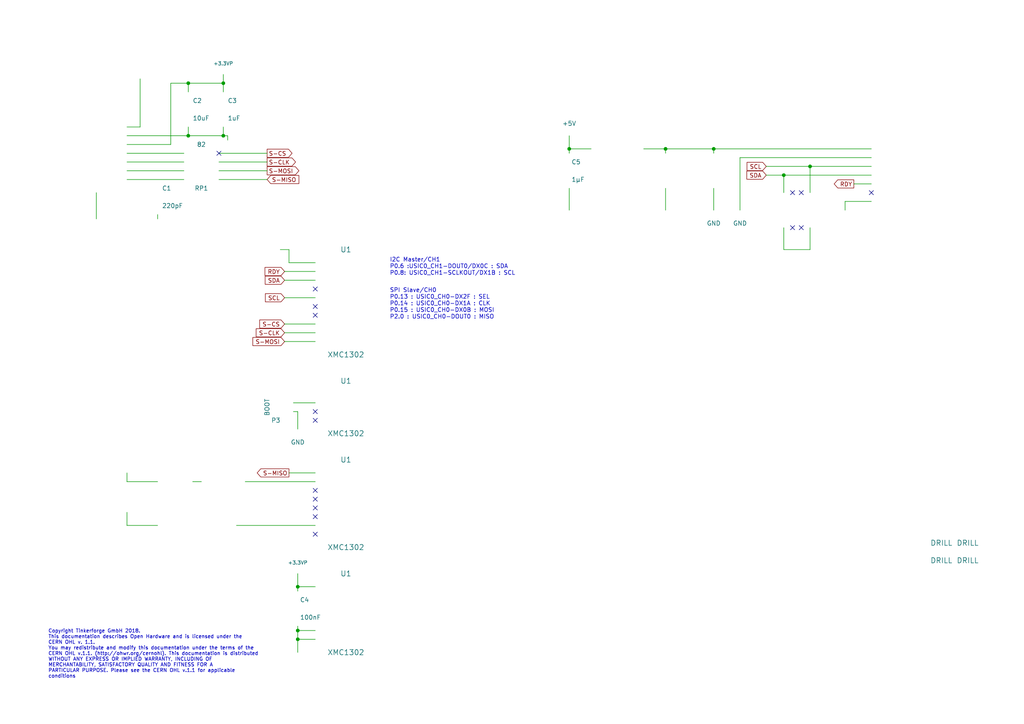
<source format=kicad_sch>
(kicad_sch (version 20230121) (generator eeschema)
  (paper "A4")
  (title_block (title "CO2 Bricklet 2.0") (date "2018-09-04") (rev "2.0") (company "Tinkerforge GmbH") (comment 1 "Licensed under CERN OHL v.1.1") (comment 2 "Copyright (©) 2018, T.Schneidermann <tim@tinkerforge.com>"))
  (lib_symbols)
  (junction (at 54.61 39.37))
  (junction (at 234.95 48.26))
  (junction (at 207.01 43.18))
  (junction (at 64.77 39.37))
  (junction (at 227.33 50.8))
  (junction (at 86.36 182.88))
  (junction (at 54.61 24.13))
  (junction (at 165.1 43.18))
  (junction (at 193.04 43.18))
  (junction (at 86.36 185.42))
  (junction (at 64.77 24.13))
  (junction (at 86.36 170.18))
  (no_connect (at 91.44 83.82))
  (no_connect (at 91.44 119.38))
  (no_connect (at 232.41 66.04))
  (no_connect (at 229.87 55.88))
  (no_connect (at 252.73 55.88))
  (no_connect (at 91.44 121.92))
  (no_connect (at 232.41 55.88))
  (no_connect (at 91.44 154.94))
  (no_connect (at 91.44 91.44))
  (no_connect (at 91.44 149.86))
  (no_connect (at 91.44 88.9))
  (no_connect (at 229.87 66.04))
  (no_connect (at 91.44 142.24))
  (no_connect (at 91.44 144.78))
  (no_connect (at 63.5 44.45))
  (no_connect (at 91.44 147.32))
  (wire (pts (xy 68.58 152.4) (xy 91.44 152.4)))
  (wire (pts (xy 64.77 39.37) (xy 64.77 36.83)))
  (wire (pts (xy 186.69 43.18) (xy 193.04 43.18)))
  (wire (pts (xy 91.44 139.7) (xy 71.12 139.7)))
  (wire (pts (xy 66.04 39.37) (xy 66.04 40.64)))
  (wire (pts (xy 86.36 185.42) (xy 86.36 189.23)))
  (wire (pts (xy 54.61 24.13) (xy 54.61 26.67)))
  (wire (pts (xy 27.94 55.88) (xy 27.94 63.5)))
  (wire (pts (xy 227.33 50.8) (xy 252.73 50.8)))
  (wire (pts (xy 82.55 99.06) (xy 91.44 99.06)))
  (wire (pts (xy 86.36 166.37) (xy 86.36 170.18)))
  (wire (pts (xy 83.82 72.39) (xy 81.28 72.39)))
  (wire (pts (xy 227.33 50.8) (xy 227.33 55.88)))
  (wire (pts (xy 247.65 53.34) (xy 252.73 53.34)))
  (wire (pts (xy 86.36 182.88) (xy 86.36 185.42)))
  (wire (pts (xy 214.63 45.72) (xy 214.63 60.96)))
  (wire (pts (xy 54.61 39.37) (xy 64.77 39.37)))
  (wire (pts (xy 83.82 76.2) (xy 83.82 72.39)))
  (wire (pts (xy 252.73 58.42) (xy 245.11 58.42)))
  (wire (pts (xy 63.5 49.53) (xy 77.47 49.53)))
  (wire (pts (xy 83.82 76.2) (xy 91.44 76.2)))
  (wire (pts (xy 193.04 43.18) (xy 207.01 43.18)))
  (wire (pts (xy 40.64 22.86) (xy 40.64 36.83)))
  (wire (pts (xy 222.25 48.26) (xy 234.95 48.26)))
  (wire (pts (xy 245.11 58.42) (xy 245.11 60.96)))
  (wire (pts (xy 82.55 93.98) (xy 91.44 93.98)))
  (wire (pts (xy 45.72 63.5) (xy 45.72 62.23)))
  (wire (pts (xy 54.61 24.13) (xy 64.77 24.13)))
  (wire (pts (xy 193.04 44.45) (xy 193.04 43.18)))
  (wire (pts (xy 165.1 43.18) (xy 165.1 44.45)))
  (wire (pts (xy 86.36 185.42) (xy 91.44 185.42)))
  (wire (pts (xy 58.42 139.7) (xy 55.88 139.7)))
  (wire (pts (xy 91.44 96.52) (xy 82.55 96.52)))
  (wire (pts (xy 64.77 21.59) (xy 64.77 24.13)))
  (wire (pts (xy 165.1 39.37) (xy 165.1 43.18)))
  (wire (pts (xy 222.25 50.8) (xy 227.33 50.8)))
  (wire (pts (xy 86.36 182.88) (xy 91.44 182.88)))
  (wire (pts (xy 45.72 152.4) (xy 36.83 152.4)))
  (wire (pts (xy 36.83 41.91) (xy 49.53 41.91)))
  (wire (pts (xy 207.01 44.45) (xy 207.01 43.18)))
  (wire (pts (xy 54.61 36.83) (xy 54.61 39.37)))
  (wire (pts (xy 171.45 43.18) (xy 165.1 43.18)))
  (wire (pts (xy 86.36 170.18) (xy 86.36 171.45)))
  (wire (pts (xy 36.83 44.45) (xy 53.34 44.45)))
  (wire (pts (xy 91.44 78.74) (xy 82.55 78.74)))
  (wire (pts (xy 63.5 46.99) (xy 77.47 46.99)))
  (wire (pts (xy 45.72 139.7) (xy 36.83 139.7)))
  (wire (pts (xy 63.5 44.45) (xy 77.47 44.45)))
  (wire (pts (xy 36.83 49.53) (xy 53.34 49.53)))
  (wire (pts (xy 234.95 72.39) (xy 234.95 66.04)))
  (wire (pts (xy 64.77 24.13) (xy 64.77 26.67)))
  (wire (pts (xy 53.34 46.99) (xy 36.83 46.99)))
  (wire (pts (xy 207.01 43.18) (xy 252.73 43.18)))
  (wire (pts (xy 36.83 52.07) (xy 53.34 52.07)))
  (wire (pts (xy 82.55 86.36) (xy 91.44 86.36)))
  (wire (pts (xy 227.33 66.04) (xy 227.33 72.39)))
  (wire (pts (xy 82.55 81.28) (xy 91.44 81.28)))
  (wire (pts (xy 36.83 39.37) (xy 54.61 39.37)))
  (wire (pts (xy 85.09 119.38) (xy 86.36 119.38)))
  (wire (pts (xy 86.36 170.18) (xy 91.44 170.18)))
  (wire (pts (xy 234.95 55.88) (xy 234.95 48.26)))
  (wire (pts (xy 36.83 152.4) (xy 36.83 148.59)))
  (wire (pts (xy 49.53 41.91) (xy 49.53 24.13)))
  (wire (pts (xy 207.01 54.61) (xy 207.01 60.96)))
  (wire (pts (xy 193.04 54.61) (xy 193.04 60.96)))
  (wire (pts (xy 40.64 36.83) (xy 36.83 36.83)))
  (wire (pts (xy 63.5 52.07) (xy 77.47 52.07)))
  (wire (pts (xy 36.83 139.7) (xy 36.83 137.16)))
  (wire (pts (xy 49.53 24.13) (xy 54.61 24.13)))
  (wire (pts (xy 86.36 181.61) (xy 86.36 182.88)))
  (wire (pts (xy 64.77 39.37) (xy 66.04 39.37)))
  (wire (pts (xy 234.95 48.26) (xy 252.73 48.26)))
  (wire (pts (xy 165.1 54.61) (xy 165.1 60.96)))
  (wire (pts (xy 91.44 137.16) (xy 83.82 137.16)))
  (wire (pts (xy 86.36 119.38) (xy 86.36 124.46)))
  (wire (pts (xy 252.73 45.72) (xy 214.63 45.72)))
  (wire (pts (xy 85.09 116.84) (xy 91.44 116.84)))
  (wire (pts (xy 227.33 72.39) (xy 234.95 72.39)))
  (text "I2C Master/CH1\nP0.6 :USIC0_CH1-DOUT0/DX0C : SDA\nP0.8: USIC0_CH1-SCLKOUT/DX1B : SCL" (at 113.03 80.01 0) (effects (font (size 1.1938 1.1938)) (justify left bottom)))
  (text "SPI Slave/CH0\nP0.13 : USIC0_CH0-DX2F : SEL\nP0.14 : USIC0_CH0-DX1A : CLK\nP0.15 : USIC0_CH0-DX0B : MOSI\nP2.0 : USIC0_CH0-DOUT0 : MISO" (at 113.03 92.71 0) (effects (font (size 1.1938 1.1938)) (justify left bottom)))
  (text "Copyright Tinkerforge GmbH 2018.\nThis documentation describes Open Hardware and is licensed under the\nCERN OHL v. 1.1.\nYou may redistribute and modify this documentation under the terms of the\nCERN OHL v.1.1. (http://ohwr.org/cernohl). This documentation is distributed\nWITHOUT ANY EXPRESS OR IMPLIED WARRANTY, INCLUDING OF\nMERCHANTABILITY, SATISFACTORY QUALITY AND FITNESS FOR A\nPARTICULAR PURPOSE. Please see the CERN OHL v.1.1 for applicable\nconditions\n" (at 13.97 196.85 0) (effects (font (size 1.016 1.016)) (justify left bottom)))
  (global_label "S-CLK" (shape input) (at 82.55 96.52 180) (effects (font (size 1.1938 1.1938))) (property "Intersheetrefs" "${INTERSHEET_REFS}" (effects hide)))
  (global_label "S-CS" (shape output) (at 77.47 44.45 0) (effects (font (size 1.1938 1.1938))) (property "Intersheetrefs" "${INTERSHEET_REFS}" (effects hide)))
  (global_label "SDA" (shape input) (at 82.55 81.28 180) (effects (font (size 1.1938 1.1938))) (property "Intersheetrefs" "${INTERSHEET_REFS}" (effects hide)))
  (global_label "S-MOSI" (shape input) (at 82.55 99.06 180) (effects (font (size 1.1938 1.1938))) (property "Intersheetrefs" "${INTERSHEET_REFS}" (effects hide)))
  (global_label "S-MISO" (shape input) (at 77.47 52.07 0) (effects (font (size 1.1938 1.1938))) (property "Intersheetrefs" "${INTERSHEET_REFS}" (effects hide)))
  (global_label "RDY" (shape input) (at 82.55 78.74 180) (effects (font (size 1.1938 1.1938))) (property "Intersheetrefs" "${INTERSHEET_REFS}" (effects hide)))
  (global_label "SCL" (shape input) (at 82.55 86.36 180) (effects (font (size 1.1938 1.1938))) (property "Intersheetrefs" "${INTERSHEET_REFS}" (effects hide)))
  (global_label "S-MOSI" (shape output) (at 77.47 49.53 0) (effects (font (size 1.1938 1.1938))) (property "Intersheetrefs" "${INTERSHEET_REFS}" (effects hide)))
  (global_label "S-CS" (shape input) (at 82.55 93.98 180) (effects (font (size 1.1938 1.1938))) (property "Intersheetrefs" "${INTERSHEET_REFS}" (effects hide)))
  (global_label "SDA" (shape input) (at 222.25 50.8 180) (effects (font (size 1.1938 1.1938))) (property "Intersheetrefs" "${INTERSHEET_REFS}" (effects hide)))
  (global_label "RDY" (shape output) (at 247.65 53.34 180) (effects (font (size 1.1938 1.1938))) (property "Intersheetrefs" "${INTERSHEET_REFS}" (effects hide)))
  (global_label "S-MISO" (shape output) (at 83.82 137.16 180) (effects (font (size 1.1938 1.1938))) (property "Intersheetrefs" "${INTERSHEET_REFS}" (effects hide)))
  (global_label "S-CLK" (shape output) (at 77.47 46.99 0) (effects (font (size 1.1938 1.1938))) (property "Intersheetrefs" "${INTERSHEET_REFS}" (effects hide)))
  (global_label "SCL" (shape input) (at 222.25 48.26 180) (effects (font (size 1.1938 1.1938))) (property "Intersheetrefs" "${INTERSHEET_REFS}" (effects hide)))
  (symbol (lib_id "tinkerforge:CON-SENSOR2") (at 27.94 44.45 0) (mirror y) (unit 1)
    (property "Reference" "P1" (at 31.75 34.29 0) (effects (font (size 1.524 1.524))))
    (property "Value" "CON-SENSOR2" (at 24.13 44.45 90) (effects (font (size 1.524 1.524))))
    (property "Footprint" "CON-SENSOR2" (effects hide))
  )
  (symbol (lib_id "tinkerforge:R_PACK4") (at 58.42 43.18 0) (mirror x) (unit 1)
    (property "Reference" "RP1" (at 58.42 54.61 0))
    (property "Value" "82" (at 58.42 41.91 0))
    (property "Footprint" "4X0603" (effects hide))
  )
  (symbol (lib_id "tinkerforge:C") (at 45.72 57.15 0) (unit 1)
    (property "Reference" "C1" (at 46.99 54.61 0) (effects (justify left)))
    (property "Value" "220pF" (at 46.99 59.69 0) (effects (justify left)))
    (property "Footprint" "C0402E" (effects hide))
  )
  (symbol (lib_id "tinkerforge:GND") (at 45.72 63.5 0) (unit 1)
    (property "Reference" "#PWR01" (effects hide))
    (property "Value" "GND" (effects hide))
  )
  (symbol (lib_id "tinkerforge:GND") (at 27.94 63.5 0) (unit 1)
    (property "Reference" "#PWR02" (effects hide))
    (property "Value" "GND" (effects hide))
  )
  (symbol (lib_id "tinkerforge:+5V") (at 40.64 22.86 0) (unit 1)
    (property "Reference" "#PWR03" (effects hide))
    (property "Value" "+5V" (at 40.64 19.304 0))
  )
  (symbol (lib_id "tinkerforge:C") (at 54.61 31.75 0) (unit 1)
    (property "Reference" "C2" (at 55.88 29.21 0) (effects (justify left)))
    (property "Value" "10uF" (at 55.88 34.29 0) (effects (justify left)))
    (property "Footprint" "C0402E" (effects hide))
  )
  (symbol (lib_id "tinkerforge:C") (at 64.77 31.75 0) (unit 1)
    (property "Reference" "C3" (at 66.04 29.21 0) (effects (justify left)))
    (property "Value" "1uF" (at 66.04 34.29 0) (effects (justify left)))
    (property "Footprint" "C0402E" (effects hide))
  )
  (symbol (lib_id "tinkerforge:+3.3VP") (at 64.77 21.59 0) (unit 1)
    (property "Reference" "#PWR04" (effects hide))
    (property "Value" "+3.3VP" (at 64.77 18.415 0) (effects (font (size 1.016 1.016))))
  )
  (symbol (lib_id "tinkerforge:GND") (at 66.04 40.64 0) (unit 1)
    (property "Reference" "#PWR05" (effects hide))
    (property "Value" "GND" (effects hide))
  )
  (symbol (lib_id "tinkerforge:XMC1XXX24") (at 100.33 177.8 0) (unit 1)
    (property "Reference" "U1" (at 100.33 166.37 0) (effects (font (size 1.524 1.524))))
    (property "Value" "XMC1302" (at 100.33 189.23 0) (effects (font (size 1.524 1.524))))
    (property "Footprint" "QFN24-4x4mm-0.5mm" (effects hide))
  )
  (symbol (lib_id "tinkerforge:XMC1XXX24") (at 100.33 87.63 0) (unit 2)
    (property "Reference" "U1" (at 100.33 72.39 0) (effects (font (size 1.524 1.524))))
    (property "Value" "XMC1302" (at 100.33 102.87 0) (effects (font (size 1.524 1.524))))
    (property "Footprint" "QFN24-4x4mm-0.5mm" (effects hide))
  )
  (symbol (lib_id "tinkerforge:XMC1XXX24") (at 100.33 118.11 0) (unit 3)
    (property "Reference" "U1" (at 100.33 110.49 0) (effects (font (size 1.524 1.524))))
    (property "Value" "XMC1302" (at 100.33 125.73 0) (effects (font (size 1.524 1.524))))
    (property "Footprint" "QFN24-4x4mm-0.5mm" (effects hide))
  )
  (symbol (lib_id "tinkerforge:XMC1XXX24") (at 100.33 146.05 0) (unit 4)
    (property "Reference" "U1" (at 100.33 133.35 0) (effects (font (size 1.524 1.524))))
    (property "Value" "XMC1302" (at 100.33 158.75 0) (effects (font (size 1.524 1.524))))
    (property "Footprint" "QFN24-4x4mm-0.5mm" (effects hide))
  )
  (symbol (lib_id "tinkerforge:C") (at 193.04 49.53 0) (unit 1)
    (property "Reference" "C6" (at 193.675 46.99 0) (effects (justify left)))
    (property "Value" "1µF" (at 193.675 52.07 0) (effects (justify left)))
    (property "Footprint" "C0603E" (effects hide))
  )
  (symbol (lib_id "tinkerforge:C") (at 165.1 49.53 0) (unit 1)
    (property "Reference" "C5" (at 165.735 46.99 0) (effects (justify left)))
    (property "Value" "1µF" (at 165.735 52.07 0) (effects (justify left)))
    (property "Footprint" "C0603E" (effects hide))
  )
  (symbol (lib_id "tinkerforge:CP1") (at 207.01 49.53 0) (unit 1)
    (property "Reference" "C7" (at 207.645 46.99 0) (effects (justify left)))
    (property "Value" "100µF" (at 207.645 52.07 0) (effects (justify left)))
    (property "Footprint" "3528-21" (effects hide))
  )
  (symbol (lib_id "tinkerforge:INDUCTOR") (at 179.07 43.18 0) (unit 1)
    (property "Reference" "L1" (at 177.8 39.37 0))
    (property "Value" "FB-2" (at 179.07 44.45 0))
    (property "Footprint" "R0603E" (effects hide))
  )
  (symbol (lib_id "tinkerforge:GND") (at 165.1 60.96 0) (unit 1)
    (property "Reference" "#PWR06" (effects hide))
    (property "Value" "GND" (at 165.1 64.77 0))
  )
  (symbol (lib_id "tinkerforge:GND") (at 193.04 60.96 0) (unit 1)
    (property "Reference" "#PWR07" (effects hide))
    (property "Value" "GND" (at 193.04 64.77 0))
  )
  (symbol (lib_id "tinkerforge:GND") (at 207.01 60.96 0) (unit 1)
    (property "Reference" "#PWR08" (effects hide))
    (property "Value" "GND" (at 207.01 64.77 0))
  )
  (symbol (lib_id "tinkerforge:+5V") (at 165.1 39.37 0) (unit 1)
    (property "Reference" "#PWR09" (effects hide))
    (property "Value" "+5V" (at 165.1 35.814 0))
  )
  (symbol (lib_id "tinkerforge:GND") (at 214.63 60.96 0) (unit 1)
    (property "Reference" "#PWR010" (effects hide))
    (property "Value" "GND" (at 214.63 64.77 0))
  )
  (symbol (lib_id "tinkerforge:GND") (at 86.36 189.23 0) (unit 1)
    (property "Reference" "#PWR011" (effects hide))
    (property "Value" "GND" (at 86.36 193.04 0))
  )
  (symbol (lib_id "tinkerforge:+3.3VP") (at 86.36 166.37 0) (unit 1)
    (property "Reference" "#PWR012" (effects hide))
    (property "Value" "+3.3VP" (at 86.36 163.195 0) (effects (font (size 1.016 1.016))))
  )
  (symbol (lib_id "tinkerforge:C") (at 86.36 176.53 0) (unit 1)
    (property "Reference" "C4" (at 86.995 173.99 0) (effects (justify left)))
    (property "Value" "100nF" (at 86.995 179.07 0) (effects (justify left)))
    (property "Footprint" "C0603F" (effects hide))
  )
  (symbol (lib_id "tinkerforge:LED") (at 50.8 139.7 0) (unit 1)
    (property "Reference" "D1" (at 50.8 137.16 0))
    (property "Value" "BLUE" (at 50.8 142.24 0))
    (property "Footprint" "D0603F" (effects hide))
  )
  (symbol (lib_id "tinkerforge:+3.3VP") (at 36.83 137.16 0) (unit 1)
    (property "Reference" "#PWR013" (effects hide))
    (property "Value" "+3.3VP" (at 36.83 133.985 0) (effects (font (size 1.016 1.016))))
  )
  (symbol (lib_id "tinkerforge:CONN_01X02") (at 80.01 118.11 180) (unit 1)
    (property "Reference" "P3" (at 80.01 121.92 0))
    (property "Value" "BOOT" (at 77.47 118.11 90))
    (property "Footprint" "SolderJumper" (effects hide))
  )
  (symbol (lib_id "tinkerforge:GND") (at 86.36 124.46 0) (unit 1)
    (property "Reference" "#PWR014" (effects hide))
    (property "Value" "GND" (at 86.36 128.27 0))
  )
  (symbol (lib_id "tinkerforge:CONN_01X01") (at 76.2 72.39 180) (unit 1)
    (property "Reference" "P2" (at 76.2 74.93 0))
    (property "Value" "DEBUG" (at 73.66 72.39 90))
    (property "Footprint" "DEBUG_PAD" (effects hide))
  )
  (symbol (lib_id "tinkerforge:R_PACK4") (at 226.06 60.96 270) (unit 1)
    (property "Reference" "RP3" (at 237.49 60.96 0))
    (property "Value" "1k" (at 224.79 60.96 0))
    (property "Footprint" "4X0603" (effects hide))
  )
  (symbol (lib_id "tinkerforge:+3.3VP") (at 231.14 72.39 0) (unit 1)
    (property "Reference" "#PWR015" (effects hide))
    (property "Value" "+3.3VP" (at 231.14 69.215 0) (effects (font (size 1.016 1.016))))
  )
  (symbol (lib_id "tinkerforge:LED") (at 50.8 152.4 0) (mirror x) (unit 1)
    (property "Reference" "D2" (at 50.8 154.94 0))
    (property "Value" "GREEN" (at 50.8 149.86 0))
    (property "Footprint" "D0603F" (effects hide))
  )
  (symbol (lib_id "tinkerforge:+3.3VP") (at 36.83 148.59 0) (unit 1)
    (property "Reference" "#PWR017" (effects hide))
    (property "Value" "+3.3VP" (at 36.83 145.415 0) (effects (font (size 1.016 1.016))))
  )
  (symbol (lib_id "tinkerforge:DRILL") (at 280.67 162.56 0) (unit 1)
    (property "Reference" "U5" (effects hide))
    (property "Value" "DRILL" (at 280.67 162.56 0) (effects (font (size 1.524 1.524))))
    (property "Footprint" "DRILL_NP" (effects hide))
  )
  (symbol (lib_id "tinkerforge:DRILL") (at 273.05 162.56 0) (unit 1)
    (property "Reference" "U3" (effects hide))
    (property "Value" "DRILL" (at 273.05 162.56 0) (effects (font (size 1.524 1.524))))
    (property "Footprint" "DRILL_NP" (effects hide))
  )
  (symbol (lib_id "tinkerforge:DRILL") (at 280.67 157.48 0) (unit 1)
    (property "Reference" "U4" (effects hide))
    (property "Value" "DRILL" (at 280.67 157.48 0) (effects (font (size 1.524 1.524))))
    (property "Footprint" "DRILL_NP" (effects hide))
  )
  (symbol (lib_id "tinkerforge:DRILL") (at 273.05 157.48 0) (unit 1)
    (property "Reference" "U2" (effects hide))
    (property "Value" "DRILL" (at 273.05 157.48 0) (effects (font (size 1.524 1.524))))
    (property "Footprint" "DRILL_NP" (effects hide))
  )
  (symbol (lib_id "tinkerforge:SCD30") (at 261.62 50.8 0) (unit 1)
    (property "Reference" "U6" (at 271.2212 49.6316 0) (effects (justify left)))
    (property "Value" "SCD30" (at 271.2212 51.943 0) (effects (justify left)))
    (property "Footprint" "kicad-libraries:SCD30" (effects hide))
  )
  (symbol (lib_id "tinkerforge:GND") (at 245.11 60.96 0) (unit 1)
    (property "Reference" "#PWR0101" (effects hide))
    (property "Value" "GND" (at 245.237 65.3542 0))
  )
  (symbol (lib_id "tinkerforge:R") (at 62.23 152.4 270) (unit 1)
    (property "Reference" "R2" (at 62.23 147.1168 90))
    (property "Value" "1k" (at 62.23 149.4282 90))
    (property "Footprint" "kicad-libraries:R0402F" (effects hide))
  )
  (symbol (lib_id "tinkerforge:R") (at 64.77 139.7 270) (unit 1)
    (property "Reference" "R1" (at 64.77 134.4168 90))
    (property "Value" "1k" (at 64.77 136.7282 90))
    (property "Footprint" "kicad-libraries:R0402F" (effects hide))
  )
)
</source>
